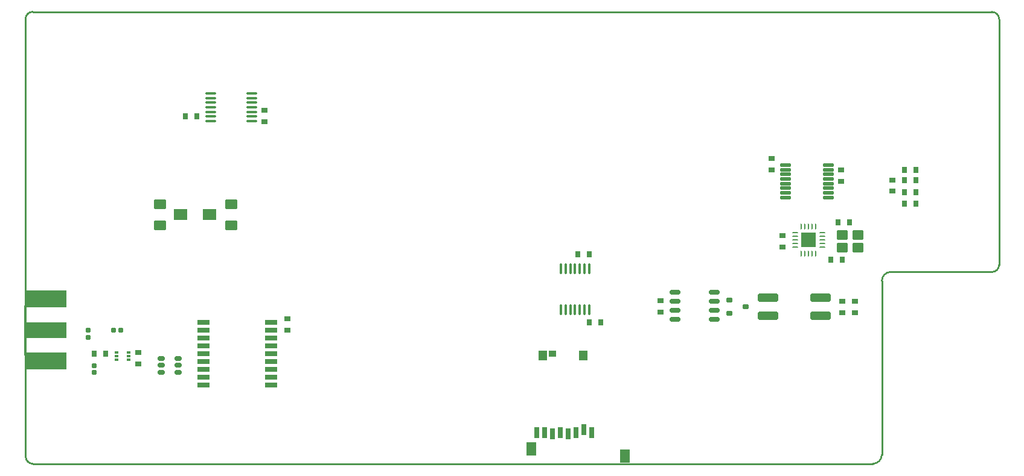
<source format=gtp>
G04*
G04 #@! TF.GenerationSoftware,Altium Limited,Altium Designer,22.0.2 (36)*
G04*
G04 Layer_Color=8421504*
%FSLAX44Y44*%
%MOMM*%
G71*
G04*
G04 #@! TF.SameCoordinates,2F7B36FA-1CAB-4409-8D5E-7B144DD93BD5*
G04*
G04*
G04 #@! TF.FilePolarity,Positive*
G04*
G01*
G75*
%ADD10C,0.1500*%
%ADD12C,0.2540*%
%ADD16R,0.4920X0.3000*%
G04:AMPARAMS|DCode=17|XSize=0.6mm|YSize=0.6mm|CornerRadius=0.075mm|HoleSize=0mm|Usage=FLASHONLY|Rotation=90.000|XOffset=0mm|YOffset=0mm|HoleType=Round|Shape=RoundedRectangle|*
%AMROUNDEDRECTD17*
21,1,0.6000,0.4500,0,0,90.0*
21,1,0.4500,0.6000,0,0,90.0*
1,1,0.1500,0.2250,0.2250*
1,1,0.1500,0.2250,-0.2250*
1,1,0.1500,-0.2250,-0.2250*
1,1,0.1500,-0.2250,0.2250*
%
%ADD17ROUNDEDRECTD17*%
G04:AMPARAMS|DCode=18|XSize=0.6mm|YSize=0.6mm|CornerRadius=0.075mm|HoleSize=0mm|Usage=FLASHONLY|Rotation=0.000|XOffset=0mm|YOffset=0mm|HoleType=Round|Shape=RoundedRectangle|*
%AMROUNDEDRECTD18*
21,1,0.6000,0.4500,0,0,0.0*
21,1,0.4500,0.6000,0,0,0.0*
1,1,0.1500,0.2250,-0.2250*
1,1,0.1500,-0.2250,-0.2250*
1,1,0.1500,-0.2250,0.2250*
1,1,0.1500,0.2250,0.2250*
%
%ADD18ROUNDEDRECTD18*%
%ADD19R,1.3000X1.4000*%
%ADD20R,1.0000X0.9500*%
%ADD21R,0.8000X1.5000*%
%ADD22R,1.4000X1.9000*%
%ADD23R,5.8000X2.3000*%
%ADD24R,5.8000X2.4000*%
G04:AMPARAMS|DCode=25|XSize=1.75mm|YSize=1.35mm|CornerRadius=0.1688mm|HoleSize=0mm|Usage=FLASHONLY|Rotation=0.000|XOffset=0mm|YOffset=0mm|HoleType=Round|Shape=RoundedRectangle|*
%AMROUNDEDRECTD25*
21,1,1.7500,1.0125,0,0,0.0*
21,1,1.4125,1.3500,0,0,0.0*
1,1,0.3375,0.7063,-0.5063*
1,1,0.3375,-0.7063,-0.5063*
1,1,0.3375,-0.7063,0.5063*
1,1,0.3375,0.7063,0.5063*
%
%ADD25ROUNDEDRECTD25*%
%ADD26R,1.9000X1.5000*%
G04:AMPARAMS|DCode=27|XSize=0.75mm|YSize=0.9mm|CornerRadius=0.0938mm|HoleSize=0mm|Usage=FLASHONLY|Rotation=90.000|XOffset=0mm|YOffset=0mm|HoleType=Round|Shape=RoundedRectangle|*
%AMROUNDEDRECTD27*
21,1,0.7500,0.7125,0,0,90.0*
21,1,0.5625,0.9000,0,0,90.0*
1,1,0.1875,0.3563,0.2813*
1,1,0.1875,0.3563,-0.2813*
1,1,0.1875,-0.3563,-0.2813*
1,1,0.1875,-0.3563,0.2813*
%
%ADD27ROUNDEDRECTD27*%
G04:AMPARAMS|DCode=28|XSize=0.75mm|YSize=0.9mm|CornerRadius=0.0938mm|HoleSize=0mm|Usage=FLASHONLY|Rotation=180.000|XOffset=0mm|YOffset=0mm|HoleType=Round|Shape=RoundedRectangle|*
%AMROUNDEDRECTD28*
21,1,0.7500,0.7125,0,0,180.0*
21,1,0.5625,0.9000,0,0,180.0*
1,1,0.1875,-0.2813,0.3563*
1,1,0.1875,0.2813,0.3563*
1,1,0.1875,0.2813,-0.3563*
1,1,0.1875,-0.2813,-0.3563*
%
%ADD28ROUNDEDRECTD28*%
G04:AMPARAMS|DCode=29|XSize=0.6mm|YSize=1mm|CornerRadius=0.15mm|HoleSize=0mm|Usage=FLASHONLY|Rotation=90.000|XOffset=0mm|YOffset=0mm|HoleType=Round|Shape=RoundedRectangle|*
%AMROUNDEDRECTD29*
21,1,0.6000,0.7000,0,0,90.0*
21,1,0.3000,1.0000,0,0,90.0*
1,1,0.3000,0.3500,0.1500*
1,1,0.3000,0.3500,-0.1500*
1,1,0.3000,-0.3500,-0.1500*
1,1,0.3000,-0.3500,0.1500*
%
%ADD29ROUNDEDRECTD29*%
%ADD30R,1.8000X0.7000*%
%ADD31R,1.8000X0.8000*%
G04:AMPARAMS|DCode=32|XSize=0.6mm|YSize=0.9mm|CornerRadius=0.15mm|HoleSize=0mm|Usage=FLASHONLY|Rotation=90.000|XOffset=0mm|YOffset=0mm|HoleType=Round|Shape=RoundedRectangle|*
%AMROUNDEDRECTD32*
21,1,0.6000,0.6000,0,0,90.0*
21,1,0.3000,0.9000,0,0,90.0*
1,1,0.3000,0.3000,0.1500*
1,1,0.3000,0.3000,-0.1500*
1,1,0.3000,-0.3000,-0.1500*
1,1,0.3000,-0.3000,0.1500*
%
%ADD32ROUNDEDRECTD32*%
G04:AMPARAMS|DCode=33|XSize=2.9mm|YSize=1.2mm|CornerRadius=0.3mm|HoleSize=0mm|Usage=FLASHONLY|Rotation=180.000|XOffset=0mm|YOffset=0mm|HoleType=Round|Shape=RoundedRectangle|*
%AMROUNDEDRECTD33*
21,1,2.9000,0.6000,0,0,180.0*
21,1,2.3000,1.2000,0,0,180.0*
1,1,0.6000,-1.1500,0.3000*
1,1,0.6000,1.1500,0.3000*
1,1,0.6000,1.1500,-0.3000*
1,1,0.6000,-1.1500,-0.3000*
%
%ADD33ROUNDEDRECTD33*%
G04:AMPARAMS|DCode=34|XSize=0.45mm|YSize=1.5mm|CornerRadius=0.1125mm|HoleSize=0mm|Usage=FLASHONLY|Rotation=90.000|XOffset=0mm|YOffset=0mm|HoleType=Round|Shape=RoundedRectangle|*
%AMROUNDEDRECTD34*
21,1,0.4500,1.2750,0,0,90.0*
21,1,0.2250,1.5000,0,0,90.0*
1,1,0.2250,0.6375,0.1125*
1,1,0.2250,0.6375,-0.1125*
1,1,0.2250,-0.6375,-0.1125*
1,1,0.2250,-0.6375,0.1125*
%
%ADD34ROUNDEDRECTD34*%
G04:AMPARAMS|DCode=35|XSize=0.85mm|YSize=0.25mm|CornerRadius=0.0625mm|HoleSize=0mm|Usage=FLASHONLY|Rotation=270.000|XOffset=0mm|YOffset=0mm|HoleType=Round|Shape=RoundedRectangle|*
%AMROUNDEDRECTD35*
21,1,0.8500,0.1250,0,0,270.0*
21,1,0.7250,0.2500,0,0,270.0*
1,1,0.1250,-0.0625,-0.3625*
1,1,0.1250,-0.0625,0.3625*
1,1,0.1250,0.0625,0.3625*
1,1,0.1250,0.0625,-0.3625*
%
%ADD35ROUNDEDRECTD35*%
G04:AMPARAMS|DCode=36|XSize=0.85mm|YSize=0.25mm|CornerRadius=0.0625mm|HoleSize=0mm|Usage=FLASHONLY|Rotation=0.000|XOffset=0mm|YOffset=0mm|HoleType=Round|Shape=RoundedRectangle|*
%AMROUNDEDRECTD36*
21,1,0.8500,0.1250,0,0,0.0*
21,1,0.7250,0.2500,0,0,0.0*
1,1,0.1250,0.3625,-0.0625*
1,1,0.1250,-0.3625,-0.0625*
1,1,0.1250,-0.3625,0.0625*
1,1,0.1250,0.3625,0.0625*
%
%ADD36ROUNDEDRECTD36*%
%ADD37R,2.0000X2.0000*%
G04:AMPARAMS|DCode=38|XSize=0.6mm|YSize=1.45mm|CornerRadius=0.15mm|HoleSize=0mm|Usage=FLASHONLY|Rotation=90.000|XOffset=0mm|YOffset=0mm|HoleType=Round|Shape=RoundedRectangle|*
%AMROUNDEDRECTD38*
21,1,0.6000,1.1500,0,0,90.0*
21,1,0.3000,1.4500,0,0,90.0*
1,1,0.3000,0.5750,0.1500*
1,1,0.3000,0.5750,-0.1500*
1,1,0.3000,-0.5750,-0.1500*
1,1,0.3000,-0.5750,0.1500*
%
%ADD38ROUNDEDRECTD38*%
%ADD39O,1.6000X0.3500*%
%ADD40O,0.3500X1.6000*%
G04:AMPARAMS|DCode=41|XSize=1.35mm|YSize=1.55mm|CornerRadius=0.1688mm|HoleSize=0mm|Usage=FLASHONLY|Rotation=90.000|XOffset=0mm|YOffset=0mm|HoleType=Round|Shape=RoundedRectangle|*
%AMROUNDEDRECTD41*
21,1,1.3500,1.2125,0,0,90.0*
21,1,1.0125,1.5500,0,0,90.0*
1,1,0.3375,0.6063,0.5063*
1,1,0.3375,0.6063,-0.5063*
1,1,0.3375,-0.6063,-0.5063*
1,1,0.3375,-0.6063,0.5063*
%
%ADD41ROUNDEDRECTD41*%
D10*
X-1000Y153000D02*
Y222000D01*
D12*
X0Y10165D02*
G03*
X10165Y0I10165J0D01*
G01*
X1365000Y625000D02*
G03*
X1355000Y635000I-10000J0D01*
G01*
X9726Y635000D02*
G03*
X0Y625274I0J-9726D01*
G01*
X1355314Y269564D02*
G03*
X1365000Y279250I0J9686D01*
G01*
X1213316Y269564D02*
G03*
X1200616Y256864I0J-12700D01*
G01*
X1187916Y0D02*
G03*
X1200616Y12700I0J12700D01*
G01*
X0Y10165D02*
Y625274D01*
X10165Y0D02*
X907093D01*
X9726Y635000D02*
X1355000Y635000D01*
X1365000Y624840D02*
X1365000Y279250D01*
X1200616Y12700D02*
Y256864D01*
X1365000Y279250D02*
Y281877D01*
X1213316Y269564D02*
X1355314D01*
X1180429Y0D02*
X1187916D01*
X907093D02*
X1180429D01*
D16*
X144340Y151000D02*
D03*
Y156000D02*
D03*
Y146000D02*
D03*
X127660D02*
D03*
Y151000D02*
D03*
Y156000D02*
D03*
D17*
X88001Y177652D02*
D03*
X88001Y187647D02*
D03*
X96000Y138000D02*
D03*
X96000Y128000D02*
D03*
D18*
X133000Y188000D02*
D03*
X123000Y188000D02*
D03*
D19*
X724983Y152275D02*
D03*
X781983D02*
D03*
D20*
X738883Y154525D02*
D03*
D21*
X716883Y43675D02*
D03*
X727883D02*
D03*
X738883Y41675D02*
D03*
X749883Y43675D02*
D03*
X760883Y41675D02*
D03*
X771883Y43675D02*
D03*
X782883Y47675D02*
D03*
X793883Y43675D02*
D03*
D22*
X708983Y20775D02*
D03*
X840483Y10775D02*
D03*
D23*
X28000Y188000D02*
D03*
D24*
Y144500D02*
D03*
Y231800D02*
D03*
D25*
X188406Y335000D02*
D03*
Y365000D02*
D03*
X288656D02*
D03*
Y335000D02*
D03*
D26*
X216906Y350000D02*
D03*
X257906D02*
D03*
D27*
X158000Y156090D02*
D03*
Y140090D02*
D03*
X1046184Y429233D02*
D03*
Y413233D02*
D03*
X1143670Y397210D02*
D03*
Y413210D02*
D03*
X1061184Y304233D02*
D03*
Y320233D02*
D03*
X1163000Y212485D02*
D03*
Y228485D02*
D03*
X1145000Y212485D02*
D03*
Y228485D02*
D03*
X890000Y229485D02*
D03*
Y213485D02*
D03*
X335000Y481000D02*
D03*
Y497000D02*
D03*
X367000Y204000D02*
D03*
Y188000D02*
D03*
X1215700Y382864D02*
D03*
Y398863D02*
D03*
D28*
X96000Y155000D02*
D03*
X112000D02*
D03*
X1248460Y413227D02*
D03*
X1232460D02*
D03*
X1248460Y398363D02*
D03*
X1232460D02*
D03*
X1248460Y381238D02*
D03*
X1232460D02*
D03*
X1248460Y365238D02*
D03*
X1232460D02*
D03*
X1139384Y339483D02*
D03*
X1155384D02*
D03*
X1129166Y287003D02*
D03*
X1145166D02*
D03*
X224000Y488000D02*
D03*
X240000D02*
D03*
X774483Y294275D02*
D03*
X790483D02*
D03*
X806483Y198275D02*
D03*
X790483D02*
D03*
D29*
X190036Y148188D02*
D03*
Y138188D02*
D03*
Y128188D02*
D03*
X214036D02*
D03*
Y138188D02*
D03*
Y148188D02*
D03*
D30*
X249000Y111000D02*
D03*
Y199000D02*
D03*
X344000D02*
D03*
Y111000D02*
D03*
D31*
X249000Y122000D02*
D03*
Y133000D02*
D03*
Y144000D02*
D03*
Y155000D02*
D03*
Y166000D02*
D03*
Y177000D02*
D03*
Y188000D02*
D03*
X344000D02*
D03*
Y177000D02*
D03*
Y166000D02*
D03*
Y155000D02*
D03*
Y144000D02*
D03*
Y133000D02*
D03*
Y122000D02*
D03*
D32*
X986500Y229985D02*
D03*
Y210985D02*
D03*
X1009500Y220485D02*
D03*
D33*
X1115000Y207985D02*
D03*
Y232985D02*
D03*
X1041000Y207985D02*
D03*
Y232985D02*
D03*
D34*
X1125434Y374210D02*
D03*
Y380710D02*
D03*
Y387210D02*
D03*
Y393710D02*
D03*
Y400210D02*
D03*
Y406710D02*
D03*
Y413210D02*
D03*
Y419710D02*
D03*
X1065434Y374210D02*
D03*
Y380710D02*
D03*
Y387210D02*
D03*
Y393710D02*
D03*
Y400210D02*
D03*
Y406710D02*
D03*
Y413210D02*
D03*
Y419710D02*
D03*
D35*
X1102917Y333597D02*
D03*
X1097917D02*
D03*
X1107917D02*
D03*
X1087917Y295597D02*
D03*
Y333597D02*
D03*
X1092917D02*
D03*
X1107917Y295597D02*
D03*
X1102917D02*
D03*
X1097917D02*
D03*
X1092917D02*
D03*
D36*
X1116917Y324597D02*
D03*
Y319597D02*
D03*
Y314597D02*
D03*
X1078917Y324597D02*
D03*
X1116917Y309597D02*
D03*
Y304597D02*
D03*
X1078917Y309597D02*
D03*
Y304597D02*
D03*
Y319597D02*
D03*
Y314597D02*
D03*
D37*
X1097917D02*
D03*
D38*
X965500Y202785D02*
D03*
Y215485D02*
D03*
Y228185D02*
D03*
Y240885D02*
D03*
X911000Y202785D02*
D03*
Y215485D02*
D03*
Y228185D02*
D03*
Y240885D02*
D03*
D39*
X316750Y481500D02*
D03*
Y488000D02*
D03*
Y494500D02*
D03*
Y501000D02*
D03*
Y507500D02*
D03*
Y514000D02*
D03*
Y520500D02*
D03*
X259250Y481500D02*
D03*
Y488000D02*
D03*
Y494500D02*
D03*
Y501000D02*
D03*
Y507500D02*
D03*
Y514000D02*
D03*
Y520500D02*
D03*
D40*
X789983Y274025D02*
D03*
X783483D02*
D03*
X776983D02*
D03*
X770483D02*
D03*
X763983D02*
D03*
X757483D02*
D03*
X750983D02*
D03*
X789983Y216525D02*
D03*
X783483D02*
D03*
X776983D02*
D03*
X770483D02*
D03*
X763983D02*
D03*
X757483D02*
D03*
X750983D02*
D03*
D41*
X1166784Y321483D02*
D03*
Y303483D02*
D03*
X1144784Y321483D02*
D03*
Y303483D02*
D03*
M02*

</source>
